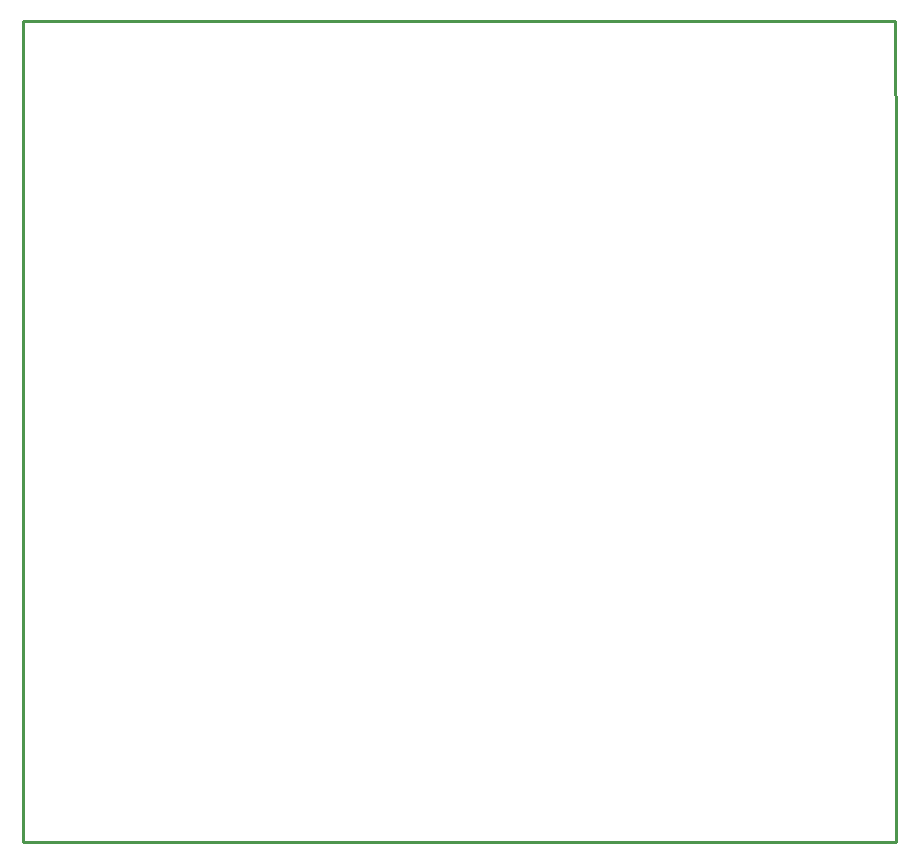
<source format=gko>
G04 Layer: BoardOutlineLayer*
G04 EasyEDA v6.5.23, 2023-06-23 22:07:44*
G04 588d00b09ced4095aabd395724b38ff5,e63460ceaba84a3bb957dccbc2ed3a87,10*
G04 Gerber Generator version 0.2*
G04 Scale: 100 percent, Rotated: No, Reflected: No *
G04 Dimensions in millimeters *
G04 leading zeros omitted , absolute positions ,4 integer and 5 decimal *
%FSLAX45Y45*%
%MOMM*%

%ADD10C,0.2540*%
D10*
X7785100Y9700005D02*
G01*
X7785100Y4000500D01*
X393700Y4000500D01*
X393700Y9700005D01*
X393700Y9700005D02*
G01*
X393700Y10947400D01*
X393700Y10947400D01*
X7772400Y10947400D01*
X7772400Y10947400D01*
X7785100Y9702800D01*
X7785100Y9702800D01*

%LPD*%
M02*

</source>
